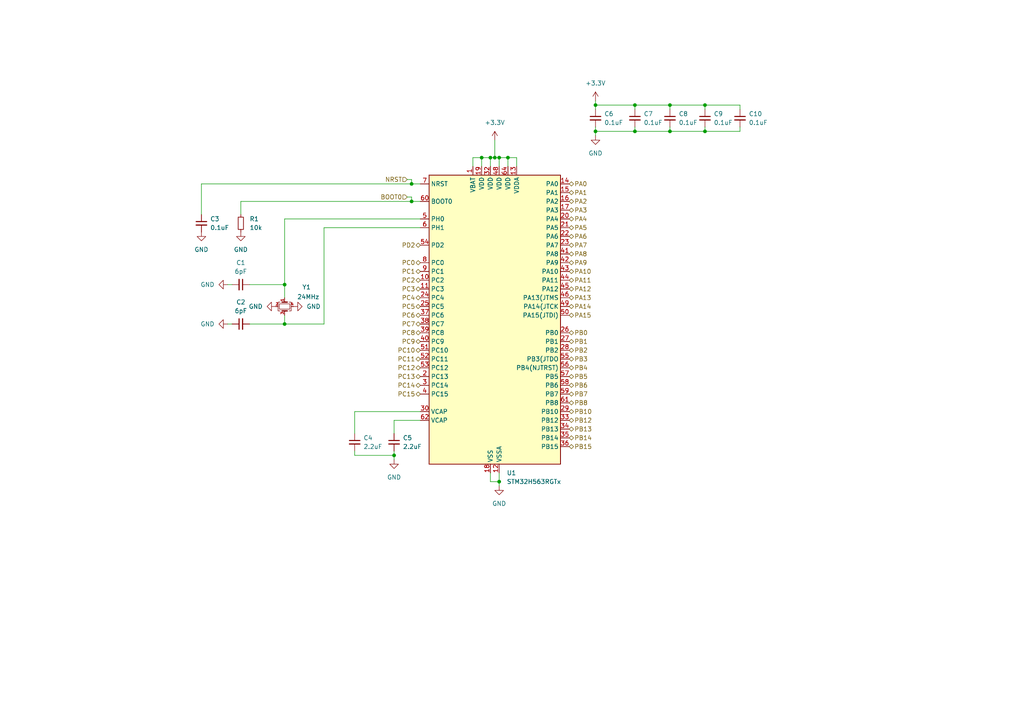
<source format=kicad_sch>
(kicad_sch (version 20231120) (generator "eeschema") (generator_version "8.0")
  (paper "A4")
  (lib_symbols
    (symbol "Device:C_Small" (pin_numbers hide) (pin_names (offset 0.254) hide)
      (property "Reference" "C" (at 0.254 1.778 0))
      (property "Value" "C_Small" (at 0.254 -2.032 0))
      (symbol "C_Small_0_1"
        (polyline (pts (xy -1.524 -0.508) (xy 1.524 -0.508)) (stroke (width 0.3302)))
        (polyline (pts (xy -1.524 0.508) (xy 1.524 0.508)) (stroke (width 0.3048)))
      )
      (symbol "C_Small_1_1"
        (pin passive line (at 0 2.54 270) (length 2.032) (name "~") (number "1"))
        (pin passive line (at 0 -2.54 90) (length 2.032) (name "~") (number "2"))
      )
    )
    (symbol "Device:Crystal_GND24_Small" (pin_names (offset 1.016) hide)
      (property "Reference" "Y" (at 1.27 4.445 0))
      (property "Value" "Crystal_GND24_Small" (at 1.27 2.54 0))
      (symbol "Crystal_GND24_Small_0_1"
        (rectangle (start -0.762 -1.524) (end 0.762 1.524))
        (polyline (pts (xy -1.27 -0.762) (xy -1.27 0.762)) (stroke (width 0.381)))
        (polyline (pts (xy 1.27 -0.762) (xy 1.27 0.762)) (stroke (width 0.381)))
        (polyline (pts (xy -1.27 -1.27) (xy -1.27 -1.905) (xy 1.27 -1.905) (xy 1.27 -1.27)))
        (polyline (pts (xy -1.27 1.27) (xy -1.27 1.905) (xy 1.27 1.905) (xy 1.27 1.27)))
      )
      (symbol "Crystal_GND24_Small_1_1"
        (pin passive line (at -2.54 0 0) (length 1.27) (name "1") (number "1"))
        (pin passive line (at 0 -2.54 90) (length 0.635) (name "2") (number "2"))
        (pin passive line (at 2.54 0 180) (length 1.27) (name "3") (number "3"))
        (pin passive line (at 0 2.54 270) (length 0.635) (name "4") (number "4"))
      )
    )
    (symbol "Device:R_Small" (pin_numbers hide) (pin_names (offset 0.254) hide)
      (property "Reference" "R" (at 0.762 0.508 0))
      (property "Value" "R_Small" (at 0.762 -1.016 0))
      (symbol "R_Small_0_1"
        (rectangle (start -0.762 1.778) (end 0.762 -1.778) (stroke (width 0.2032)))
      )
      (symbol "R_Small_1_1"
        (pin passive line (at 0 2.54 270) (length 0.762) (name "~") (number "1"))
        (pin passive line (at 0 -2.54 90) (length 0.762) (name "~") (number "2"))
      )
    )
    (symbol "MCU_ST_STM32H5:STM32H563RGTx"
      (property "Reference" "U" (at -17.78 44.45 0))
      (property "Value" "STM32H563RGTx" (at 10.16 44.45 0))
      (symbol "STM32H563RGTx_0_1"
        (rectangle (start -17.78 -40.64) (end 20.32 43.18) (stroke (width 0.254)) (fill (type background)))
      )
      (symbol "STM32H563RGTx_1_1"
        (pin power_in line (at -5.08 45.72 270) (length 2.54) (name "VBAT") (number "1"))
        (pin bidirectional line (at -20.32 12.7 0) (length 2.54) (name "PC2") (number "10"))
        (pin bidirectional line (at -20.32 10.16 0) (length 2.54) (name "PC3") (number "11"))
        (pin power_in line (at 2.54 -43.18 90) (length 2.54) (name "VSSA") (number "12"))
        (pin power_in line (at 7.62 45.72 270) (length 2.54) (name "VDDA") (number "13"))
        (pin bidirectional line (at 22.86 40.64 180) (length 2.54) (name "PA0") (number "14"))
        (pin bidirectional line (at 22.86 38.1 180) (length 2.54) (name "PA1") (number "15"))
        (pin bidirectional line (at 22.86 35.56 180) (length 2.54) (name "PA2") (number "16"))
        (pin bidirectional line (at 22.86 33.02 180) (length 2.54) (name "PA3") (number "17"))
        (pin power_in line (at 0 -43.18 90) (length 2.54) (name "VSS") (number "18"))
        (pin power_in line (at -2.54 45.72 270) (length 2.54) (name "VDD") (number "19"))
        (pin bidirectional line (at -20.32 -15.24 0) (length 2.54) (name "PC13") (number "2"))
        (pin bidirectional line (at 22.86 30.48 180) (length 2.54) (name "PA4") (number "20"))
        (pin bidirectional line (at 22.86 27.94 180) (length 2.54) (name "PA5") (number "21"))
        (pin bidirectional line (at 22.86 25.4 180) (length 2.54) (name "PA6") (number "22"))
        (pin bidirectional line (at 22.86 22.86 180) (length 2.54) (name "PA7") (number "23"))
        (pin bidirectional line (at -20.32 7.62 0) (length 2.54) (name "PC4") (number "24"))
        (pin bidirectional line (at -20.32 5.08 0) (length 2.54) (name "PC5") (number "25"))
        (pin bidirectional line (at 22.86 -2.54 180) (length 2.54) (name "PB0") (number "26"))
        (pin bidirectional line (at 22.86 -5.08 180) (length 2.54) (name "PB1") (number "27"))
        (pin bidirectional line (at 22.86 -7.62 180) (length 2.54) (name "PB2") (number "28"))
        (pin bidirectional line (at 22.86 -25.4 180) (length 2.54) (name "PB10") (number "29"))
        (pin bidirectional line (at -20.32 -17.78 0) (length 2.54) (name "PC14") (number "3"))
        (pin power_out line (at -20.32 -25.4 0) (length 2.54) (name "VCAP") (number "30"))
        (pin passive line (at 0 -43.18 90) (length 2.54) hide (name "VSS") (number "31"))
        (pin power_in line (at 0 45.72 270) (length 2.54) (name "VDD") (number "32"))
        (pin bidirectional line (at 22.86 -27.94 180) (length 2.54) (name "PB12") (number "33"))
        (pin bidirectional line (at 22.86 -30.48 180) (length 2.54) (name "PB13") (number "34"))
        (pin bidirectional line (at 22.86 -33.02 180) (length 2.54) (name "PB14") (number "35"))
        (pin bidirectional line (at 22.86 -35.56 180) (length 2.54) (name "PB15") (number "36"))
        (pin bidirectional line (at -20.32 2.54 0) (length 2.54) (name "PC6") (number "37"))
        (pin bidirectional line (at -20.32 0 0) (length 2.54) (name "PC7") (number "38"))
        (pin bidirectional line (at -20.32 -2.54 0) (length 2.54) (name "PC8") (number "39"))
        (pin bidirectional line (at -20.32 -20.32 0) (length 2.54) (name "PC15") (number "4"))
        (pin bidirectional line (at -20.32 -5.08 0) (length 2.54) (name "PC9") (number "40"))
        (pin bidirectional line (at 22.86 20.32 180) (length 2.54) (name "PA8") (number "41"))
        (pin bidirectional line (at 22.86 17.78 180) (length 2.54) (name "PA9") (number "42"))
        (pin bidirectional line (at 22.86 15.24 180) (length 2.54) (name "PA10") (number "43"))
        (pin bidirectional line (at 22.86 12.7 180) (length 2.54) (name "PA11") (number "44"))
        (pin bidirectional line (at 22.86 10.16 180) (length 2.54) (name "PA12") (number "45"))
        (pin bidirectional line (at 22.86 7.62 180) (length 2.54) (name "PA13(JTMS") (number "46"))
        (pin passive line (at 0 -43.18 90) (length 2.54) hide (name "VSS") (number "47"))
        (pin power_in line (at 2.54 45.72 270) (length 2.54) (name "VDD") (number "48"))
        (pin bidirectional line (at 22.86 5.08 180) (length 2.54) (name "PA14(JTCK") (number "49"))
        (pin bidirectional line (at -20.32 30.48 0) (length 2.54) (name "PH0") (number "5"))
        (pin bidirectional line (at 22.86 2.54 180) (length 2.54) (name "PA15(JTDI)") (number "50"))
        (pin bidirectional line (at -20.32 -7.62 0) (length 2.54) (name "PC10") (number "51"))
        (pin bidirectional line (at -20.32 -10.16 0) (length 2.54) (name "PC11") (number "52"))
        (pin bidirectional line (at -20.32 -12.7 0) (length 2.54) (name "PC12") (number "53"))
        (pin bidirectional line (at -20.32 22.86 0) (length 2.54) (name "PD2") (number "54"))
        (pin bidirectional line (at 22.86 -10.16 180) (length 2.54) (name "PB3(JTDO") (number "55"))
        (pin bidirectional line (at 22.86 -12.7 180) (length 2.54) (name "PB4(NJTRST)") (number "56"))
        (pin bidirectional line (at 22.86 -15.24 180) (length 2.54) (name "PB5") (number "57"))
        (pin bidirectional line (at 22.86 -17.78 180) (length 2.54) (name "PB6") (number "58"))
        (pin bidirectional line (at 22.86 -20.32 180) (length 2.54) (name "PB7") (number "59"))
        (pin bidirectional line (at -20.32 27.94 0) (length 2.54) (name "PH1") (number "6"))
        (pin input line (at -20.32 35.56 0) (length 2.54) (name "BOOT0") (number "60"))
        (pin bidirectional line (at 22.86 -22.86 180) (length 2.54) (name "PB8") (number "61"))
        (pin power_out line (at -20.32 -27.94 0) (length 2.54) (name "VCAP") (number "62"))
        (pin passive line (at 0 -43.18 90) (length 2.54) hide (name "VSS") (number "63"))
        (pin power_in line (at 5.08 45.72 270) (length 2.54) (name "VDD") (number "64"))
        (pin input line (at -20.32 40.64 0) (length 2.54) (name "NRST") (number "7"))
        (pin bidirectional line (at -20.32 17.78 0) (length 2.54) (name "PC0") (number "8"))
        (pin bidirectional line (at -20.32 15.24 0) (length 2.54) (name "PC1") (number "9"))
      )
    )
    (symbol "power:+3.3V" (power) (pin_names (offset 0))
      (property "Value" "+3.3V" (at 0 3.556 0))
      (symbol "+3.3V_0_1"
        (polyline (pts (xy -0.762 1.27) (xy 0 2.54)))
        (polyline (pts (xy 0 0) (xy 0 2.54)))
        (polyline (pts (xy 0 2.54) (xy 0.762 1.27)))
      )
      (symbol "+3.3V_1_1"
        (pin power_in line (at 0 0 90) (length 0) hide (name "+3.3V") (number "1"))
      )
    )
    (symbol "power:GND" (power) (pin_names (offset 0))
      (property "Value" "GND" (at 0 -3.81 0))
      (symbol "GND_0_1"
        (polyline (pts (xy 0 0) (xy 0 -1.27) (xy 1.27 -1.27) (xy 0 -2.54) (xy -1.27 -1.27) (xy 0 -1.27)))
      )
      (symbol "GND_1_1"
        (pin power_in line (at 0 0 270) (length 0) hide (name "GND") (number "1"))
      )
    )
  )
  (junction (at 144.78 139.7))
  (junction (at 194.31 30.48))
  (junction (at 172.72 30.48))
  (junction (at 204.47 30.48))
  (junction (at 204.47 38.1))
  (junction (at 184.15 30.48))
  (junction (at 82.55 93.98))
  (junction (at 119.38 53.34))
  (junction (at 147.32 45.72))
  (junction (at 184.15 38.1))
  (junction (at 139.7 45.72))
  (junction (at 143.51 45.72))
  (junction (at 144.78 45.72))
  (junction (at 142.24 45.72))
  (junction (at 172.72 38.1))
  (junction (at 114.3 132.08))
  (junction (at 82.55 82.55))
  (junction (at 119.38 58.42))
  (junction (at 194.31 38.1))
  (wire (pts (xy 147.32 45.72) (xy 147.32 48.26)))
  (wire (pts (xy 194.31 36.83) (xy 194.31 38.1)))
  (wire (pts (xy 139.7 45.72) (xy 139.7 48.26)))
  (wire (pts (xy 204.47 38.1) (xy 214.63 38.1)))
  (wire (pts (xy 194.31 38.1) (xy 204.47 38.1)))
  (wire (pts (xy 204.47 30.48) (xy 214.63 30.48)))
  (wire (pts (xy 144.78 45.72) (xy 144.78 48.26)))
  (wire (pts (xy 58.42 53.34) (xy 119.38 53.34)))
  (wire (pts (xy 204.47 36.83) (xy 204.47 38.1)))
  (wire (pts (xy 143.51 40.64) (xy 143.51 45.72)))
  (wire (pts (xy 119.38 52.07) (xy 119.38 53.34)))
  (wire (pts (xy 194.31 30.48) (xy 194.31 31.75)))
  (wire (pts (xy 149.86 45.72) (xy 149.86 48.26)))
  (wire (pts (xy 119.38 53.34) (xy 121.92 53.34)))
  (wire (pts (xy 142.24 45.72) (xy 142.24 48.26)))
  (wire (pts (xy 93.98 66.04) (xy 121.92 66.04)))
  (wire (pts (xy 142.24 45.72) (xy 143.51 45.72)))
  (wire (pts (xy 82.55 91.44) (xy 82.55 93.98)))
  (wire (pts (xy 114.3 121.92) (xy 114.3 125.73)))
  (wire (pts (xy 82.55 86.36) (xy 82.55 82.55)))
  (wire (pts (xy 119.38 58.42) (xy 121.92 58.42)))
  (wire (pts (xy 119.38 57.15) (xy 119.38 58.42)))
  (wire (pts (xy 137.16 45.72) (xy 139.7 45.72)))
  (wire (pts (xy 93.98 93.98) (xy 93.98 66.04)))
  (wire (pts (xy 118.11 52.07) (xy 119.38 52.07)))
  (wire (pts (xy 114.3 132.08) (xy 114.3 130.81)))
  (wire (pts (xy 69.85 58.42) (xy 119.38 58.42)))
  (wire (pts (xy 144.78 139.7) (xy 144.78 140.97)))
  (wire (pts (xy 82.55 63.5) (xy 121.92 63.5)))
  (wire (pts (xy 214.63 38.1) (xy 214.63 36.83)))
  (wire (pts (xy 114.3 132.08) (xy 102.87 132.08)))
  (wire (pts (xy 144.78 137.16) (xy 144.78 139.7)))
  (wire (pts (xy 114.3 132.08) (xy 114.3 133.35)))
  (wire (pts (xy 172.72 38.1) (xy 184.15 38.1)))
  (wire (pts (xy 67.31 93.98) (xy 66.04 93.98)))
  (wire (pts (xy 172.72 38.1) (xy 172.72 39.37)))
  (wire (pts (xy 172.72 29.21) (xy 172.72 30.48)))
  (wire (pts (xy 172.72 30.48) (xy 172.72 31.75)))
  (wire (pts (xy 144.78 45.72) (xy 147.32 45.72)))
  (wire (pts (xy 139.7 45.72) (xy 142.24 45.72)))
  (wire (pts (xy 142.24 139.7) (xy 144.78 139.7)))
  (wire (pts (xy 82.55 93.98) (xy 93.98 93.98)))
  (wire (pts (xy 102.87 132.08) (xy 102.87 130.81)))
  (wire (pts (xy 172.72 36.83) (xy 172.72 38.1)))
  (wire (pts (xy 67.31 82.55) (xy 66.04 82.55)))
  (wire (pts (xy 184.15 38.1) (xy 194.31 38.1)))
  (wire (pts (xy 184.15 30.48) (xy 184.15 31.75)))
  (wire (pts (xy 82.55 93.98) (xy 72.39 93.98)))
  (wire (pts (xy 114.3 121.92) (xy 121.92 121.92)))
  (wire (pts (xy 137.16 48.26) (xy 137.16 45.72)))
  (wire (pts (xy 184.15 30.48) (xy 194.31 30.48)))
  (wire (pts (xy 58.42 53.34) (xy 58.42 62.23)))
  (wire (pts (xy 82.55 63.5) (xy 82.55 82.55)))
  (wire (pts (xy 102.87 119.38) (xy 121.92 119.38)))
  (wire (pts (xy 118.11 57.15) (xy 119.38 57.15)))
  (wire (pts (xy 184.15 36.83) (xy 184.15 38.1)))
  (wire (pts (xy 143.51 45.72) (xy 144.78 45.72)))
  (wire (pts (xy 102.87 119.38) (xy 102.87 125.73)))
  (wire (pts (xy 69.85 62.23) (xy 69.85 58.42)))
  (wire (pts (xy 147.32 45.72) (xy 149.86 45.72)))
  (wire (pts (xy 172.72 30.48) (xy 184.15 30.48)))
  (wire (pts (xy 204.47 30.48) (xy 204.47 31.75)))
  (wire (pts (xy 142.24 137.16) (xy 142.24 139.7)))
  (wire (pts (xy 194.31 30.48) (xy 204.47 30.48)))
  (wire (pts (xy 72.39 82.55) (xy 82.55 82.55)))
  (wire (pts (xy 214.63 30.48) (xy 214.63 31.75)))
  (hierarchical_label "PA7" (shape bidirectional) (at 165.1 71.12 0))
  (hierarchical_label "PB4" (shape bidirectional) (at 165.1 106.68 0))
  (hierarchical_label "PC9" (shape bidirectional) (at 121.92 99.06 180))
  (hierarchical_label "PA2" (shape bidirectional) (at 165.1 58.42 0))
  (hierarchical_label "PC0" (shape bidirectional) (at 121.92 76.2 180))
  (hierarchical_label "PA8" (shape bidirectional) (at 165.1 73.66 0))
  (hierarchical_label "PB10" (shape bidirectional) (at 165.1 119.38 0))
  (hierarchical_label "PB13" (shape bidirectional) (at 165.1 124.46 0))
  (hierarchical_label "PC15" (shape bidirectional) (at 121.92 114.3 180))
  (hierarchical_label "PC3" (shape bidirectional) (at 121.92 83.82 180))
  (hierarchical_label "PA1" (shape bidirectional) (at 165.1 55.88 0))
  (hierarchical_label "PA0" (shape bidirectional) (at 165.1 53.34 0))
  (hierarchical_label "PA15" (shape bidirectional) (at 165.1 91.44 0))
  (hierarchical_label "PA4" (shape bidirectional) (at 165.1 63.5 0))
  (hierarchical_label "PD2" (shape bidirectional) (at 121.92 71.12 180))
  (hierarchical_label "PA9" (shape bidirectional) (at 165.1 76.2 0))
  (hierarchical_label "PB2" (shape bidirectional) (at 165.1 101.6 0))
  (hierarchical_label "PA13" (shape bidirectional) (at 165.1 86.36 0))
  (hierarchical_label "PC2" (shape bidirectional) (at 121.92 81.28 180))
  (hierarchical_label "PC14" (shape bidirectional) (at 121.92 111.76 180))
  (hierarchical_label "PC7" (shape bidirectional) (at 121.92 93.98 180))
  (hierarchical_label "PC12" (shape bidirectional) (at 121.92 106.68 180))
  (hierarchical_label "PA6" (shape bidirectional) (at 165.1 68.58 0))
  (hierarchical_label "PB5" (shape bidirectional) (at 165.1 109.22 0))
  (hierarchical_label "PB12" (shape bidirectional) (at 165.1 121.92 0))
  (hierarchical_label "PB1" (shape bidirectional) (at 165.1 99.06 0))
  (hierarchical_label "PA3" (shape bidirectional) (at 165.1 60.96 0))
  (hierarchical_label "PB7" (shape bidirectional) (at 165.1 114.3 0))
  (hierarchical_label "PC11" (shape bidirectional) (at 121.92 104.14 180))
  (hierarchical_label "PB6" (shape bidirectional) (at 165.1 111.76 0))
  (hierarchical_label "BOOT0" (shape input) (at 118.11 57.15 180))
  (hierarchical_label "PA10" (shape bidirectional) (at 165.1 78.74 0))
  (hierarchical_label "PB8" (shape bidirectional) (at 165.1 116.84 0))
  (hierarchical_label "PA14" (shape bidirectional) (at 165.1 88.9 0))
  (hierarchical_label "PB15" (shape bidirectional) (at 165.1 129.54 0))
  (hierarchical_label "PC1" (shape bidirectional) (at 121.92 78.74 180))
  (hierarchical_label "PA11" (shape bidirectional) (at 165.1 81.28 0))
  (hierarchical_label "PB3" (shape bidirectional) (at 165.1 104.14 0))
  (hierarchical_label "PB14" (shape bidirectional) (at 165.1 127 0))
  (hierarchical_label "PA5" (shape bidirectional) (at 165.1 66.04 0))
  (hierarchical_label "PA12" (shape bidirectional) (at 165.1 83.82 0))
  (hierarchical_label "PC5" (shape bidirectional) (at 121.92 88.9 180))
  (hierarchical_label "PC8" (shape bidirectional) (at 121.92 96.52 180))
  (hierarchical_label "PC4" (shape bidirectional) (at 121.92 86.36 180))
  (hierarchical_label "NRST" (shape input) (at 118.11 52.07 180))
  (hierarchical_label "PC10" (shape bidirectional) (at 121.92 101.6 180))
  (hierarchical_label "PB0" (shape bidirectional) (at 165.1 96.52 0))
  (hierarchical_label "PC6" (shape bidirectional) (at 121.92 91.44 180))
  (hierarchical_label "PC13" (shape bidirectional) (at 121.92 109.22 180))
  (symbol (lib_id "power:GND") (at 58.42 67.31 0) (unit 1)
    (property "Reference" "#PWR04" (effects (hide yes)))
    (property "Value" "GND" (at 58.42 72.39 0))
    (property "Description" "Power symbol creates a global label with name \"GND\" , ground" (effects (hide yes)))
  )
  (symbol (lib_id "Device:C_Small") (at 194.31 34.29 0) (unit 1)
    (property "Reference" "C8" (at 196.85 33.0262 0) (effects (justify left)))
    (property "Value" "0.1uF" (at 196.85 35.5662 0) (effects (justify left)))
    (property "Footprint" "Capacitor_SMD:C_0402_1005Metric" (effects (hide yes)))
    (property "Description" "Unpolarized capacitor, small symbol" (effects (hide yes)))
  )
  (symbol (lib_id "Device:C_Small") (at 69.85 82.55 270) (unit 1)
    (property "Reference" "C1" (at 69.8436 76.2 90))
    (property "Value" "6pF" (at 69.8436 78.74 90))
    (property "Footprint" "Capacitor_SMD:C_0402_1005Metric" (effects (hide yes)))
    (property "Description" "Unpolarized capacitor, small symbol" (effects (hide yes)))
  )
  (symbol (lib_id "power:+3.3V") (at 172.72 29.21 0) (unit 1)
    (property "Reference" "#PWR07" (effects (hide yes)))
    (property "Value" "+3.3V" (at 172.72 24.13 0))
    (property "Description" "Power symbol creates a global label with name \"+3.3V\"" (effects (hide yes)))
  )
  (symbol (lib_id "power:GND") (at 144.78 140.97 0) (unit 1)
    (property "Reference" "#PWR08" (effects (hide yes)))
    (property "Value" "GND" (at 144.78 146.05 0))
    (property "Description" "Power symbol creates a global label with name \"GND\" , ground" (effects (hide yes)))
  )
  (symbol (lib_id "power:GND") (at 69.85 67.31 0) (unit 1)
    (property "Reference" "#PWR01" (effects (hide yes)))
    (property "Value" "GND" (at 69.85 72.39 0))
    (property "Description" "Power symbol creates a global label with name \"GND\" , ground" (effects (hide yes)))
  )
  (symbol (lib_id "Device:C_Small") (at 184.15 34.29 0) (unit 1)
    (property "Reference" "C7" (at 186.69 33.0262 0) (effects (justify left)))
    (property "Value" "0.1uF" (at 186.69 35.5662 0) (effects (justify left)))
    (property "Footprint" "Capacitor_SMD:C_0402_1005Metric" (effects (hide yes)))
    (property "Description" "Unpolarized capacitor, small symbol" (effects (hide yes)))
  )
  (symbol (lib_id "Device:R_Small") (at 69.85 64.77 0) (unit 1)
    (property "Reference" "R1" (at 72.39 63.4999 0) (effects (justify left)))
    (property "Value" "10k" (at 72.39 66.0399 0) (effects (justify left)))
    (property "Footprint" "Resistor_SMD:R_0402_1005Metric" (effects (hide yes)))
    (property "Description" "Resistor, small symbol" (effects (hide yes)))
  )
  (symbol (lib_id "Device:C_Small") (at 172.72 34.29 0) (unit 1)
    (property "Reference" "C6" (at 175.26 33.0262 0) (effects (justify left)))
    (property "Value" "0.1uF" (at 175.26 35.5662 0) (effects (justify left)))
    (property "Footprint" "Capacitor_SMD:C_0402_1005Metric" (effects (hide yes)))
    (property "Description" "Unpolarized capacitor, small symbol" (effects (hide yes)))
  )
  (symbol (lib_id "Device:C_Small") (at 114.3 128.27 0) (unit 1)
    (property "Reference" "C5" (at 116.84 127.0062 0) (effects (justify left)))
    (property "Value" "2.2uF" (at 116.84 129.5462 0) (effects (justify left)))
    (property "Footprint" "Capacitor_SMD:C_0603_1608Metric" (effects (hide yes)))
    (property "Description" "Unpolarized capacitor, small symbol" (effects (hide yes)))
  )
  (symbol (lib_id "Device:Crystal_GND24_Small") (at 82.55 88.9 270) (unit 1)
    (property "Reference" "Y1" (at 88.9 83.2798 90))
    (property "Value" "24MHz" (at 89.408 86.106 90))
    (property "Footprint" "Crystal:Crystal_SMD_2016-4Pin_2.0x1.6mm" (effects (hide yes)))
    (property "Description" "Four pin crystal, GND on pins 2 and 4, small symbol" (effects (hide yes)))
  )
  (symbol (lib_id "Device:C_Small") (at 102.87 128.27 0) (unit 1)
    (property "Reference" "C4" (at 105.41 127.0062 0) (effects (justify left)))
    (property "Value" "2.2uF" (at 105.41 129.5462 0) (effects (justify left)))
    (property "Footprint" "Capacitor_SMD:C_0603_1608Metric" (effects (hide yes)))
    (property "Description" "Unpolarized capacitor, small symbol" (effects (hide yes)))
  )
  (symbol (lib_id "power:+3.3V") (at 143.51 40.64 0) (unit 1)
    (property "Reference" "#PWR02" (effects (hide yes)))
    (property "Value" "+3.3V" (at 143.51 35.56 0))
    (property "Description" "Power symbol creates a global label with name \"+3.3V\"" (effects (hide yes)))
  )
  (symbol (lib_id "MCU_ST_STM32H5:STM32H563RGTx") (at 142.24 93.98 0) (unit 1)
    (property "Reference" "U1" (at 146.9741 137.16 0) (effects (justify left)))
    (property "Value" "STM32H563RGTx" (at 146.9741 139.7 0) (effects (justify left)))
    (property "Footprint" "Package_QFP:LQFP-64_10x10mm_P0.5mm" (effects (hide yes)))
    (property "Datasheet" "https://www.st.com/resource/en/datasheet/stm32h563rg.pdf" (effects (hide yes)))
    (property "Description" "STMicroelectronics Arm Cortex-M33 MCU, 1024KB flash, 640KB RAM, 250 MHz, 1.62-3.6V, 49 GPIO, LQFP64" (effects (hide yes)))
  )
  (symbol (lib_id "Device:C_Small") (at 58.42 64.77 0) (unit 1)
    (property "Reference" "C3" (at 60.96 63.5062 0) (effects (justify left)))
    (property "Value" "0.1uF" (at 60.96 66.0462 0) (effects (justify left)))
    (property "Footprint" "Capacitor_SMD:C_0402_1005Metric" (effects (hide yes)))
    (property "Description" "Unpolarized capacitor, small symbol" (effects (hide yes)))
  )
  (symbol (lib_id "power:GND") (at 80.01 88.9 270) (unit 1)
    (property "Reference" "#PWR010" (effects (hide yes)))
    (property "Value" "GND" (at 76.2 88.8999 90) (effects (justify right)))
    (property "Description" "Power symbol creates a global label with name \"GND\" , ground" (effects (hide yes)))
  )
  (symbol (lib_id "power:GND") (at 172.72 39.37 0) (unit 1)
    (property "Reference" "#PWR06" (effects (hide yes)))
    (property "Value" "GND" (at 172.72 44.45 0))
    (property "Description" "Power symbol creates a global label with name \"GND\" , ground" (effects (hide yes)))
  )
  (symbol (lib_id "power:GND") (at 66.04 93.98 270) (unit 1)
    (property "Reference" "#PWR03" (effects (hide yes)))
    (property "Value" "GND" (at 62.23 93.9799 90) (effects (justify right)))
    (property "Description" "Power symbol creates a global label with name \"GND\" , ground" (effects (hide yes)))
  )
  (symbol (lib_id "power:GND") (at 85.09 88.9 90) (unit 1)
    (property "Reference" "#PWR011" (effects (hide yes)))
    (property "Value" "GND" (at 88.9 88.8999 90) (effects (justify right)))
    (property "Description" "Power symbol creates a global label with name \"GND\" , ground" (effects (hide yes)))
  )
  (symbol (lib_id "power:GND") (at 66.04 82.55 270) (unit 1)
    (property "Reference" "#PWR09" (effects (hide yes)))
    (property "Value" "GND" (at 62.23 82.5499 90) (effects (justify right)))
    (property "Description" "Power symbol creates a global label with name \"GND\" , ground" (effects (hide yes)))
  )
  (symbol (lib_id "Device:C_Small") (at 204.47 34.29 0) (unit 1)
    (property "Reference" "C9" (at 207.01 33.0262 0) (effects (justify left)))
    (property "Value" "0.1uF" (at 207.01 35.5662 0) (effects (justify left)))
    (property "Footprint" "Capacitor_SMD:C_0402_1005Metric" (effects (hide yes)))
    (property "Description" "Unpolarized capacitor, small symbol" (effects (hide yes)))
  )
  (symbol (lib_id "Device:C_Small") (at 214.63 34.29 0) (unit 1)
    (property "Reference" "C10" (at 217.17 33.0262 0) (effects (justify left)))
    (property "Value" "0.1uF" (at 217.17 35.5662 0) (effects (justify left)))
    (property "Footprint" "Capacitor_SMD:C_0402_1005Metric" (effects (hide yes)))
    (property "Description" "Unpolarized capacitor, small symbol" (effects (hide yes)))
  )
  (symbol (lib_id "Device:C_Small") (at 69.85 93.98 90) (unit 1)
    (property "Reference" "C2" (at 69.8563 87.63 90))
    (property "Value" "6pF" (at 69.8563 90.17 90))
    (property "Footprint" "Capacitor_SMD:C_0402_1005Metric" (effects (hide yes)))
    (property "Description" "Unpolarized capacitor, small symbol" (effects (hide yes)))
  )
  (symbol (lib_id "power:GND") (at 114.3 133.35 0) (unit 1)
    (property "Reference" "#PWR05" (effects (hide yes)))
    (property "Value" "GND" (at 114.3 138.43 0))
    (property "Description" "Power symbol creates a global label with name \"GND\" , ground" (effects (hide yes)))
  )
)
</source>
